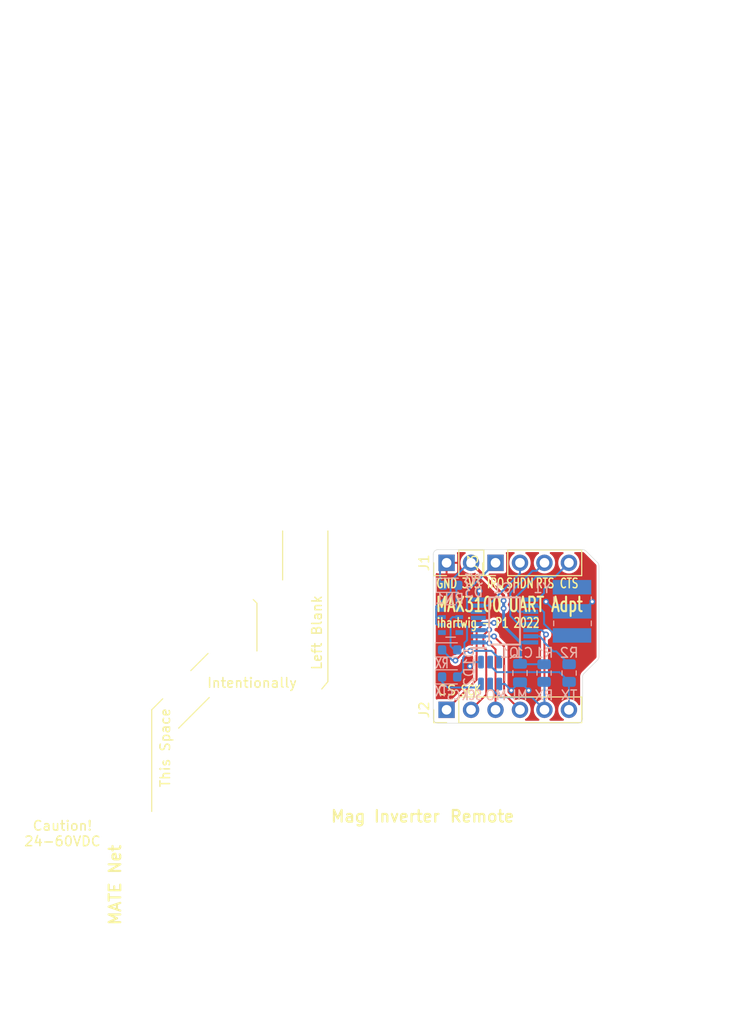
<source format=kicad_pcb>
(kicad_pcb (version 20211014) (generator pcbnew)
  (title_block (title "MATE Net Monitor") (date "2021-08-25") (rev "P1.1") (company "Designed By: Ian Hartwig"))
  (layers (0 "F.Cu" signal) (31 "B.Cu" signal) (34 "B.Paste" user) (35 "F.Paste" user) (36 "B.SilkS" user "B.Silkscreen") (37 "F.SilkS" user "F.Silkscreen") (38 "B.Mask" user) (39 "F.Mask" user) (44 "Edge.Cuts" user))
  (net 0 "")
  (net 1 "+3V3")
  (net 2 "GND")
  (net 3 "/UART_RXD_K")
  (net 4 "/UART_RXD_A")
  (net 5 "/UART_TXD_K")
  (net 6 "/UART_TXD_A")
  (net 7 "/P3V3_A")
  (net 8 "/SPI_MOSI")
  (net 9 "/SPI_MISO")
  (net 10 "/SPI_SCK")
  (net 12 "/IC1_IRQ_L")
  (net 13 "/IC1_SHDN_L")
  (net 14 "/IC1_X2")
  (net 15 "/IC1_X1")
  (net 16 "/UART_CTS_L")
  (net 18 "/UART_RTS_L")
  (net 19 "/UART_RXD")
  (net 20 "/UART_TXD")
  (net 21 "/SPI_CS_IC1_L")
  (net 24 "/UART_TXD_R")
  (footprint "mate-net-monitor-special:Enclosure_WM032C" (layer "F.Cu") (at 149.86 71.12)
    (fp_text reference "H1" hide)
    (fp_text value "Enclosure_WM032C")
  )
  (footprint "Connector_PinHeader_2.54mm:PinHeader_1x04_P2.54mm_Vertical" (layer "F.Cu") (at 162.56 77.47 90)
    (fp_text reference "J3" (at 0 -2.33 90) (layer "F.SilkS"))
    (fp_text value "Conn_01x04")
    (fp_line (start -1.33 0) (end -1.33 -1.33) (layer "F.SilkS") (width 0.12))
    (fp_line (start 1.33 1.27) (end 1.33 8.95) (layer "F.SilkS") (width 0.12))
    (fp_line (start -1.33 -1.33) (end 0 -1.33) (layer "F.SilkS") (width 0.12))
    (fp_line (start -1.33 1.27) (end -1.33 8.95) (layer "F.SilkS") (width 0.12))
    (fp_line (start -1.33 1.27) (end 1.33 1.27) (layer "F.SilkS") (width 0.12))
    (fp_line (start -1.33 8.95) (end 1.33 8.95) (layer "F.SilkS") (width 0.12))
    (pad "1" thru_hole rect (at 0 0 90) (size 1.7 1.7) (drill 1) (layers *.Cu *.Mask) (net 12 "/IC1_IRQ_L"))
    (pad "2" thru_hole oval (at 0 2.54 90) (size 1.7 1.7) (drill 1) (layers *.Cu *.Mask) (net 13 "/IC1_SHDN_L"))
    (pad "3" thru_hole oval (at 0 5.08 90) (size 1.7 1.7) (drill 1) (layers *.Cu *.Mask) (net 18 "/UART_RTS_L"))
    (pad "4" thru_hole oval (at 0 7.62 90) (size 1.7 1.7) (drill 1) (layers *.Cu *.Mask) (net 16 "/UART_CTS_L"))
  )
  (footprint "Connector_PinHeader_2.54mm:PinHeader_1x02_P2.54mm_Vertical" (layer "F.Cu") (at 157.48 77.47 90)
    (fp_text reference "J1" (at 0 -2.33 90) (layer "F.SilkS"))
    (fp_text value "Conn_01x02")
    (fp_line (start -1.33 -1.33) (end 0 -1.33) (layer "F.SilkS") (width 0.12))
    (fp_line (start -1.33 1.27) (end 1.33 1.27) (layer "F.SilkS") (width 0.12))
    (fp_line (start -1.33 3.87) (end 1.33 3.87) (layer "F.SilkS") (width 0.12))
    (fp_line (start 1.33 1.27) (end 1.33 3.87) (layer "F.SilkS") (width 0.12))
    (fp_line (start -1.33 1.27) (end -1.33 3.87) (layer "F.SilkS") (width 0.12))
    (fp_line (start -1.33 0) (end -1.33 -1.33) (layer "F.SilkS") (width 0.12))
    (pad "1" thru_hole rect (at 0 0 90) (size 1.7 1.7) (drill 1) (layers *.Cu *.Mask) (net 2 "GND"))
    (pad "2" thru_hole oval (at 0 2.54 90) (size 1.7 1.7) (drill 1) (layers *.Cu *.Mask) (net 1 "+3V3"))
  )
  (footprint "Connector_PinHeader_2.54mm:PinHeader_1x06_P2.54mm_Vertical" (layer "F.Cu") (at 157.48 92.71 90)
    (fp_text reference "J2" (at 0 -2.33 90) (layer "F.SilkS"))
    (fp_text value "Conn_01x06")
    (fp_line (start -1.33 0) (end -1.33 -1.33) (layer "F.SilkS") (width 0.12))
    (fp_line (start 1.33 1.27) (end 1.33 14.03) (layer "F.SilkS") (width 0.12))
    (fp_line (start -1.33 14.03) (end 1.33 14.03) (layer "F.SilkS") (width 0.12))
    (fp_line (start -1.33 1.27) (end -1.33 14.03) (layer "F.SilkS") (width 0.12))
    (fp_line (start -1.33 1.27) (end 1.33 1.27) (layer "F.SilkS") (width 0.12))
    (fp_line (start -1.33 -1.33) (end 0 -1.33) (layer "F.SilkS") (width 0.12))
    (pad "1" thru_hole rect (at 0 0 90) (size 1.7 1.7) (drill 1) (layers *.Cu *.Mask) (net 21 "/SPI_CS_IC1_L"))
    (pad "2" thru_hole oval (at 0 2.54 90) (size 1.7 1.7) (drill 1) (layers *.Cu *.Mask) (net 10 "/SPI_SCK"))
    (pad "3" thru_hole oval (at 0 5.08 90) (size 1.7 1.7) (drill 1) (layers *.Cu *.Mask) (net 8 "/SPI_MOSI"))
    (pad "4" thru_hole oval (at 0 7.62 90) (size 1.7 1.7) (drill 1) (layers *.Cu *.Mask) (net 9 "/SPI_MISO"))
    (pad "5" thru_hole oval (at 0 10.16 90) (size 1.7 1.7) (drill 1) (layers *.Cu *.Mask) (net 19 "/UART_RXD"))
    (pad "6" thru_hole oval (at 0 12.7 90) (size 1.7 1.7) (drill 1) (layers *.Cu *.Mask) (net 20 "/UART_TXD"))
  )
  (footprint "Capacitor_SMD:C_0805_2012Metric" (layer "B.Cu") (at 165.1 88.9 -90)
    (fp_text reference "C1" (at -2.1 -0.4 180) (layer "B.SilkS") (effects (justify mirror)))
    (fp_text value "0.1uF")
    (fp_line (start -0.261252 -0.735) (end 0.261252 -0.735) (layer "B.SilkS") (width 0.12))
    (fp_line (start -0.261252 0.735) (end 0.261252 0.735) (layer "B.SilkS") (width 0.12))
    (pad "1" smd roundrect (at -0.95 0 270) (size 1 1.45) (layers "B.Cu" "B.Paste" "B.Mask") (net 1 "+3V3"))
    (pad "2" smd roundrect (at 0.95 0 270) (size 1 1.45) (layers "B.Cu" "B.Paste" "B.Mask") (net 2 "GND"))
  )
  (footprint "LED_SMD:LED_0603_1608Metric" (layer "B.Cu") (at 157.8 86.5)
    (fp_text reference "D1" (at 2 0.8 90) (layer "B.SilkS") (effects (justify mirror)))
    (fp_text value "Yellow")
    (fp_line (start -1.485 -0.735) (end 0.8 -0.735) (layer "B.SilkS") (width 0.12))
    (fp_line (start 0.8 0.735) (end -1.485 0.735) (layer "B.SilkS") (width 0.12))
    (fp_line (start -1.485 0.735) (end -1.485 -0.735) (layer "B.SilkS") (width 0.12))
    (pad "1" smd roundrect (at -0.7875 0) (size 0.875 0.95) (layers "B.Cu" "B.Paste" "B.Mask") (net 3 "/UART_RXD_K"))
    (pad "2" smd roundrect (at 0.7875 0) (size 0.875 0.95) (layers "B.Cu" "B.Paste" "B.Mask") (net 4 "/UART_RXD_A"))
  )
  (footprint "Resistor_SMD:R_0805_2012Metric" (layer "B.Cu") (at 167.6 88.9 -90)
    (fp_text reference "R1" (at -2.1 0 180) (layer "B.SilkS") (effects (justify mirror)))
    (fp_text value "DNP")
    (fp_line (start -0.227064 0.735) (end 0.227064 0.735) (layer "B.SilkS") (width 0.12))
    (fp_line (start -0.227064 -0.735) (end 0.227064 -0.735) (layer "B.SilkS") (width 0.12))
    (pad "1" smd roundrect (at -0.9125 0 270) (size 1.025 1.4) (layers "B.Cu" "B.Paste" "B.Mask") (roundrect_rratio 0.243902439) (net 1 "+3V3"))
    (pad "2" smd roundrect (at 0.9125 0 270) (size 1.025 1.4) (layers "B.Cu" "B.Paste" "B.Mask") (roundrect_rratio 0.243902439) (net 19 "/UART_RXD"))
  )
  (footprint "LED_SMD:LED_0603_1608Metric" (layer "B.Cu") (at 157.9 79.8)
    (fp_text reference "D3" (at 2.4 0.7 180) (layer "B.SilkS") (effects (justify mirror)))
    (fp_text value "Green")
    (fp_line (start 0.8 0.735) (end -1.485 0.735) (layer "B.SilkS") (width 0.12))
    (fp_line (start -1.485 -0.735) (end 0.8 -0.735) (layer "B.SilkS") (width 0.12))
    (fp_line (start -1.485 0.735) (end -1.485 -0.735) (layer "B.SilkS") (width 0.12))
    (pad "1" smd roundrect (at -0.7875 0) (size 0.875 0.95) (layers "B.Cu" "B.Paste" "B.Mask") (net 2 "GND"))
    (pad "2" smd roundrect (at 0.7875 0) (size 0.875 0.95) (layers "B.Cu" "B.Paste" "B.Mask") (net 7 "/P3V3_A"))
  )
  (footprint "Package_TO_SOT_SMD:SOT-23-6" (layer "B.Cu") (at 162 88.9 -90)
    (fp_text reference "Q1" (at -2.1 -2 180) (layer "B.SilkS") (effects (justify mirror)))
    (fp_text value "Q_NMOS_DUAL")
    (fp_line (start 0 -1.56) (end -0.8 -1.56) (layer "B.SilkS") (width 0.12))
    (fp_line (start 0 -1.56) (end 0.8 -1.56) (layer "B.SilkS") (width 0.12))
    (fp_line (start 0 1.56) (end -1.8 1.56) (layer "B.SilkS") (width 0.12))
    (fp_line (start 0 1.56) (end 0.8 1.56) (layer "B.SilkS") (width 0.12))
    (pad "1" smd roundrect (at -1.1375 0.95 270) (size 1.325 0.6) (layers "B.Cu" "B.Paste" "B.Mask") (net 2 "GND"))
    (pad "2" smd roundrect (at -1.1375 0 270) (size 1.325 0.6) (layers "B.Cu" "B.Paste" "B.Mask") (net 20 "/UART_TXD"))
    (pad "3" smd roundrect (at -1.1375 -0.95 270) (size 1.325 0.6) (layers "B.Cu" "B.Paste" "B.Mask") (net 3 "/UART_RXD_K"))
    (pad "4" smd roundrect (at 1.1375 -0.95 270) (size 1.325 0.6) (layers "B.Cu" "B.Paste" "B.Mask") (net 2 "GND"))
    (pad "5" smd roundrect (at 1.1375 0 270) (size 1.325 0.6) (layers "B.Cu" "B.Paste" "B.Mask") (net 19 "/UART_RXD"))
    (pad "6" smd roundrect (at 1.1375 0.95 270) (size 1.325 0.6) (layers "B.Cu" "B.Paste" "B.Mask") (net 5 "/UART_TXD_K"))
  )
  (footprint "max3100-uart-adpt-special:AWSCR368CPLAC30T4" (layer "B.Cu") (at 170.5 82.5 90)
    (fp_text reference "Y1" (at 2.4 -3.1 180) (layer "B.SilkS") (effects (justify mirror)))
    (fp_text value "3.6864MHz" hide)
    (fp_line (start -3.7 0) (end -3.7 0) (layer "B.SilkS") (width 0.1))
    (fp_line (start -3.8 0) (end -3.8 0) (layer "B.SilkS") (width 0.1))
    (fp_arc (start -3.7 0) (mid -3.75 0.05) (end -3.8 0) (layer "B.SilkS") (width 0.1))
    (fp_arc (start -3.8 0) (mid -3.75 -0.05) (end -3.7 0) (layer "B.SilkS") (width 0.1))
    (pad "1" smd rect locked (at -2.5 0 90) (size 1.5 4) (layers "B.Cu" "B.Paste" "B.Mask") (net 15 "/IC1_X1"))
    (pad "2" smd rect locked (at 0 0 90) (size 1.5 4) (layers "B.Cu" "B.Paste" "B.Mask") (net 2 "GND"))
    (pad "3" smd rect locked (at 2.5 0 90) (size 1.5 4) (layers "B.Cu" "B.Paste" "B.Mask") (net 14 "/IC1_X2"))
  )
  (footprint "LED_SMD:LED_0603_1608Metric" (layer "B.Cu") (at 157.8 89.3)
    (fp_text reference "D2" (at 2 0 90) (layer "B.SilkS") (effects (justify mirror)))
    (fp_text value "Yellow")
    (fp_line (start -1.485 -0.735) (end 0.8 -0.735) (layer "B.SilkS") (width 0.12))
    (fp_line (start 0.8 0.735) (end -1.485 0.735) (layer "B.SilkS") (width 0.12))
    (fp_line (start -1.485 0.735) (end -1.485 -0.735) (layer "B.SilkS") (width 0.12))
    (pad "1" smd roundrect (at -0.7875 0) (size 0.875 0.95) (layers "B.Cu" "B.Paste" "B.Mask") (net 5 "/UART_TXD_K"))
    (pad "2" smd roundrect (at 0.7875 0) (size 0.875 0.95) (layers "B.Cu" "B.Paste" "B.Mask") (net 6 "/UART_TXD_A"))
  )
  (footprint "max3100-uart-adpt-special:SOP64P602X175-16N" (layer "B.Cu") (at 163.5 83.5)
    (fp_text reference "IC1" (at 0 -3.4) (layer "B.SilkS") (effects (justify mirror)))
    (fp_text value "MAX3100EEE+" hide)
    (fp_line (start 1.6 -2.445) (end -1.6 -2.445) (layer "B.SilkS") (width 0.2))
    (fp_line (start -1.6 -2.445) (end -1.6 2.445) (layer "B.SilkS") (width 0.2))
    (fp_line (start 1.6 2.445) (end 1.6 -2.445) (layer "B.SilkS") (width 0.2))
    (fp_line (start -3.5 2.79) (end -1.95 2.79) (layer "B.SilkS") (width 0.2))
    (fp_line (start -1.6 2.445) (end 1.6 2.445) (layer "B.SilkS") (width 0.2))
    (pad "1" smd rect locked (at -2.725 2.222 270) (size 0.435 1.55) (layers "B.Cu" "B.Paste" "B.Mask") (net 8 "/SPI_MOSI"))
    (pad "2" smd rect locked (at -2.725 1.588 270) (size 0.435 1.55) (layers "B.Cu" "B.Paste" "B.Mask") (net 9 "/SPI_MISO"))
    (pad "3" smd rect locked (at -2.725 0.952 270) (size 0.435 1.55) (layers "B.Cu" "B.Paste" "B.Mask") (net 10 "/SPI_SCK"))
    (pad "4" smd rect locked (at -2.725 0.318 270) (size 0.435 1.55) (layers "B.Cu" "B.Paste" "B.Mask") (net 21 "/SPI_CS_IC1_L"))
    (pad "5" smd rect locked (at -2.725 -0.318 270) (size 0.435 1.55) (layers "B.Cu" "B.Paste" "B.Mask"))
    (pad "6" smd rect locked (at -2.725 -0.952 270) (size 0.435 1.55) (layers "B.Cu" "B.Paste" "B.Mask") (net 12 "/IC1_IRQ_L"))
    (pad "7" smd rect locked (at -2.725 -1.588 270) (size 0.435 1.55) (layers "B.Cu" "B.Paste" "B.Mask") (net 13 "/IC1_SHDN_L"))
    (pad "8" smd rect locked (at -2.725 -2.222 270) (size 0.435 1.55) (layers "B.Cu" "B.Paste" "B.Mask") (net 2 "GND"))
    (pad "9" smd rect locked (at 2.725 -2.222 270) (size 0.435 1.55) (layers "B.Cu" "B.Paste" "B.Mask") (net 14 "/IC1_X2"))
    (pad "10" smd rect locked (at 2.725 -1.588 270) (size 0.435 1.55) (layers "B.Cu" "B.Paste" "B.Mask") (net 15 "/IC1_X1"))
    (pad "11" smd rect locked (at 2.725 -0.952 270) (size 0.435 1.55) (layers "B.Cu" "B.Paste" "B.Mask") (net 16 "/UART_CTS_L"))
    (pad "12" smd rect locked (at 2.725 -0.318 270) (size 0.435 1.55) (layers "B.Cu" "B.Paste" "B.Mask"))
    (pad "13" smd rect locked (at 2.725 0.318 270) (size 0.435 1.55) (layers "B.Cu" "B.Paste" "B.Mask") (net 18 "/UART_RTS_L"))
    (pad "14" smd rect locked (at 2.725 0.952 270) (size 0.435 1.55) (layers "B.Cu" "B.Paste" "B.Mask") (net 19 "/UART_RXD"))
    (pad "15" smd rect locked (at 2.725 1.588 270) (size 0.435 1.55) (layers "B.Cu" "B.Paste" "B.Mask") (net 24 "/UART_TXD_R"))
    (pad "16" smd rect locked (at 2.725 2.222 270) (size 0.435 1.55) (layers "B.Cu" "B.Paste" "B.Mask") (net 1 "+3V3"))
  )
  (footprint "Resistor_SMD:R_Array_Convex_4x0603" (layer "B.Cu") (at 157.9 83.5 180)
    (fp_text reference "RN1" (at 0.1 2.3) (layer "B.SilkS") (effects (justify mirror)))
    (fp_text value "1k")
    (fp_line (start 0.5 -1.68) (end -0.5 -1.68) (layer "B.SilkS") (width 0.12))
    (fp_line (start 0.5 1.68) (end -0.5 1.68) (layer "B.SilkS") (width 0.12))
    (pad "1" smd rect (at -0.9 1.2 180) (size 0.8 0.5) (layers "B.Cu" "B.Paste" "B.Mask") (net 7 "/P3V3_A"))
    (pad "2" smd rect (at -0.9 0.4 180) (size 0.8 0.4) (layers "B.Cu" "B.Paste" "B.Mask") (net 4 "/UART_RXD_A"))
    (pad "3" smd rect (at -0.9 -0.4 180) (size 0.8 0.4) (layers "B.Cu" "B.Paste" "B.Mask") (net 6 "/UART_TXD_A"))
    (pad "4" smd rect (at -0.9 -1.2 180) (size 0.8 0.5) (layers "B.Cu" "B.Paste" "B.Mask"))
    (pad "5" smd rect (at 0.9 -1.2 180) (size 0.8 0.5) (layers "B.Cu" "B.Paste" "B.Mask"))
    (pad "6" smd rect (at 0.9 -0.4 180) (size 0.8 0.4) (layers "B.Cu" "B.Paste" "B.Mask") (net 1 "+3V3"))
    (pad "7" smd rect (at 0.9 0.4 180) (size 0.8 0.4) (layers "B.Cu" "B.Paste" "B.Mask") (net 1 "+3V3"))
    (pad "8" smd rect (at 0.9 1.2 180) (size 0.8 0.5) (layers "B.Cu" "B.Paste" "B.Mask") (net 1 "+3V3"))
  )
  (footprint "Resistor_SMD:R_0805_2012Metric" (layer "B.Cu") (at 170.2 88.9 90)
    (fp_text reference "R2" (at 2.1 0 180) (layer "B.SilkS") (effects (justify mirror)))
    (fp_text value "0")
    (fp_line (start -0.227064 0.735) (end 0.227064 0.735) (layer "B.SilkS") (width 0.12))
    (fp_line (start -0.227064 -0.735) (end 0.227064 -0.735) (layer "B.SilkS") (width 0.12))
    (pad "1" smd roundrect (at -0.9125 0 90) (size 1.025 1.4) (layers "B.Cu" "B.Paste" "B.Mask") (roundrect_rratio 0.243902439) (net 20 "/UART_TXD"))
    (pad "2" smd roundrect (at 0.9125 0 90) (size 1.025 1.4) (layers "B.Cu" "B.Paste" "B.Mask") (roundrect_rratio 0.243902439) (net 24 "/UART_TXD_R"))
  )
  (gr_line (start 172.5 81) (end 172.5 81.3) (layer "B.SilkS") (width 0.12))
  (gr_line (start 172.5 83.5) (end 172.5 84) (layer "B.SilkS") (width 0.12))
  (gr_line (start 168.6 84) (end 168.6 83.5) (layer "B.SilkS") (width 0.12))
  (gr_line (start 168.6 81.5) (end 168.6 81) (layer "B.SilkS") (width 0.12))
  (gr_line (start 137.795 81.661) (end 137.414 81.28) (layer "F.SilkS") (width 0.12))
  (gr_line (start 145.161 74.168) (end 145.161 89.789) (layer "F.SilkS") (width 0.12))
  (gr_line (start 145.161 89.789) (end 144.526 90.551) (layer "F.SilkS") (width 0.12))
  (gr_line (start 126.873 92.71) (end 128.016 91.567) (layer "F.SilkS") (width 0.12))
  (gr_line (start 137.795 86.614) (end 137.795 81.661) (layer "F.SilkS") (width 0.12))
  (gr_line (start 130.937 88.646) (end 132.715 86.868) (layer "F.SilkS") (width 0.12))
  (gr_line (start 129.667 94.615) (end 132.842 91.44) (layer "F.SilkS") (width 0.12))
  (gr_line (start 140.462 79.248) (end 140.462 74.168) (layer "F.SilkS") (width 0.12))
  (gr_line (start 126.873 103.251) (end 126.873 92.71) (layer "F.SilkS") (width 0.12))
  (gr_arc (start 173.3 87.2) (mid 173.26194 87.391342) (end 173.153553 87.553553) (layer "Edge.Cuts") (width 0.05))
  (gr_line (start 171.6 89.3) (end 171.6 93.6) (layer "Edge.Cuts") (width 0.05))
  (gr_arc (start 171.6 89.3) (mid 171.63806 89.108658) (end 171.746447 88.946447) (layer "Edge.Cuts") (width 0.05))
  (gr_line (start 173.3 87.2) (end 173.3 77.8) (layer "Edge.Cuts") (width 0.05))
  (gr_arc (start 156.6 94.1) (mid 156.246447 93.953553) (end 156.1 93.6) (layer "Edge.Cuts") (width 0.05))
  (gr_line (start 156.6 76.1) (end 171.6 76.1) (layer "Edge.Cuts") (width 0.05))
  (gr_arc (start 156.1 76.6) (mid 156.246447 76.246447) (end 156.6 76.1) (layer "Edge.Cuts") (width 0.05))
  (gr_line (start 156.1 93.6) (end 156.1 76.6) (layer "Edge.Cuts") (width 0.05))
  (gr_line (start 173.153553 87.553553) (end 171.746447 88.946447) (layer "Edge.Cuts") (width 0.05))
  (gr_arc (start 173.153554 77.446447) (mid 173.26194 77.608658) (end 173.3 77.8) (layer "Edge.Cuts") (width 0.05))
  (gr_arc (start 171.6 76.1) (mid 171.791342 76.13806) (end 171.953553 76.246447) (layer "Edge.Cuts") (width 0.05))
  (gr_arc (start 171.6 93.6) (mid 171.453553 93.953553) (end 171.1 94.1) (layer "Edge.Cuts") (width 0.05))
  (gr_line (start 171.1 94.1) (end 156.6 94.1) (layer "Edge.Cuts") (width 0.05))
  (gr_line (start 173.153554 77.446447) (end 171.953553 76.246447) (layer "Edge.Cuts") (width 0.05))
  (gr_text "TX" (at 170.2 91.2) (layer "B.SilkS") (effects (font (size 1 1)) (justify mirror)))
  (gr_text "MI" (at 165.1 91.2) (layer "B.SilkS") (effects (font (size 1 1)) (justify mirror)))
  (gr_text "MO" (at 162.6 91.2) (layer "B.SilkS") (effects (font (size 1 1)) (justify mirror)))
  (gr_text "RX" (at 157 87.9) (layer "B.SilkS") (effects (font (size 1 0.7)) (justify mirror)))
  (gr_text "CS" (at 158.2 91.2) (layer "B.SilkS") (effects (font (size 1 0.7)) (justify mirror)))
  (gr_text "SCK" (at 160.1 91.2) (layer "B.SilkS") (effects (font (size 1 0.7)) (justify mirror)))
  (gr_text "3V3" (at 160.3 79.2) (layer "B.SilkS") (effects (font (size 1 0.7)) (justify mirror)))
  (gr_text "RX" (at 167.6 91.2) (layer "B.SilkS") (effects (font (size 1 1)) (justify mirror)))
  (gr_text "TX" (at 156.9 90.8) (layer "B.SilkS") (effects (font (size 1 0.7)) (justify mirror)))
  (gr_text "Mag Inverter" (at 151.13 103.759) (layer "F.SilkS") (effects (font (size 1.2 1.2) (thickness 0.22))))
  (gr_text "Remote" (at 161.163 103.759) (layer "F.SilkS") (effects (font (size 1.2 1.2) (thickness 0.22))))
  (gr_text "Left Blank" (at 144.018 84.709 90) (layer "F.SilkS") (effects (font (size 1 1))))
  (gr_text "RTS" (at 167.7 79.6) (layer "F.SilkS") (effects (font (size 1 0.7))))
  (gr_text "CS" (at 157.5 90.7) (layer "F.SilkS") (effects (font (size 1 1))))
  (gr_text "CTS" (at 170.2 79.6) (layer "F.SilkS") (effects (font (size 1 0.7))))
  (gr_text "3V3" (at 160.05 79.6) (layer "F.SilkS") (effects (font (size 1 0.7))))
  (gr_text "GND" (at 157.5 79.6) (layer "F.SilkS") (effects (font (size 1 0.7))))
  (gr_text "This Space" (at 128.27 96.647 90) (layer "F.SilkS") (effects (font (size 1 1))))
  (gr_text "SHDN" (at 165.1 79.6) (layer "F.SilkS") (effects (font (size 1 0.7))))
  (gr_text "SCK" (at 160 90.7) (layer "F.SilkS") (effects (font (size 1 0.7))))
  (gr_text "MATE Net" (at 123.063 110.871 90) (layer "F.SilkS") (effects (font (size 1.2 1.2) (thickness 0.22))))
  (gr_text "MAX3100 UART Adpt" (at 164 81.8) (layer "F.SilkS") (effects (font (size 1.5 1) (thickness 0.21))))
  (gr_text "IRQ" (at 162.56 79.6) (layer "F.SilkS") (effects (font (size 1 0.7))))
  (gr_text "Caution!\n24-60VDC" (at 117.602 105.537) (layer "F.SilkS") (effects (font (size 1 1))))
  (gr_text "Intentionally" (at 137.287 89.916) (layer "F.SilkS") (effects (font (size 1 1))))
  (gr_text "ihartwig - P1 2022" (at 161.8 83.7) (layer "F.SilkS") (effects (font (size 1 0.7))))
  (segment (start 163.4 81.4) (end 163.4 82.2) (width 0.3048) (layer "F.Cu") (net 1))
  (segment (start 163.4 80.85) (end 160.02 77.47) (width 0.3048) (layer "F.Cu") (net 1))
  (segment (start 163.4 81.4) (end 163.4 80.85) (width 0.3048) (layer "F.Cu") (net 1))
  (via (at 163.4 82.2) (size 0.6096) (drill 0.3048) (layers "F.Cu" "B.Cu") (net 1))
  (via (at 163.4 81.4) (size 0.6096) (drill 0.3048) (layers "F.Cu" "B.Cu") (net 1))
  (segment (start 156.5 83.9) (end 156.4 83.8) (width 0.2032) (layer "B.Cu") (net 1))
  (segment (start 166.225 85.722) (end 165.1452 85.722) (width 0.3048) (layer "B.Cu") (net 1))
  (segment (start 157.9 80.5) (end 157.9 79.372768) (width 0.2032) (layer "B.Cu") (net 1))
  (segment (start 157 83.9) (end 156.5 83.9) (width 0.2032) (layer "B.Cu") (net 1))
  (segment (start 156.4 82) (end 157.9 80.5) (width 0.2032) (layer "B.Cu") (net 1))
  (segment (start 156.4 83.1) (end 156.4 82.3) (width 0.2032) (layer "B.Cu") (net 1))
  (segment (start 165.1452 87.9048) (end 165.1 87.95) (width 0.3048) (layer "B.Cu") (net 1))
  (segment (start 163.4 83.9768) (end 163.4 81.4) (width 0.3048) (layer "B.Cu") (net 1))
  (segment (start 167.6 87.9875) (end 165.1375 87.9875) (width 0.2032) (layer "B.Cu") (net 1))
  (segment (start 157 82.3) (end 156.4 82.3) (width 0.2032) (layer "B.Cu") (net 1))
  (segment (start 157.9 79.372768) (end 159.802768 77.47) (width 0.2032) (layer "B.Cu") (net 1))
  (segment (start 165.1375 87.9875) (end 165.1 87.95) (width 0.2032) (layer "B.Cu") (net 1))
  (segment (start 159.802768 77.47) (end 160.02 77.47) (width 0.2032) (layer "B.Cu") (net 1))
  (segment (start 156.4 83.1) (end 157 83.1) (width 0.2032) (layer "B.Cu") (net 1))
  (segment (start 165.1452 85.722) (end 165.1452 87.9048) (width 0.3048) (layer "B.Cu") (net 1))
  (segment (start 165.1452 85.722) (end 163.4 83.9768) (width 0.3048) (layer "B.Cu") (net 1))
  (segment (start 156.4 82.3) (end 156.4 82) (width 0.2032) (layer "B.Cu") (net 1))
  (segment (start 156.4 83.8) (end 156.4 83.1) (width 0.2032) (layer "B.Cu") (net 1))
  (via (at 160.9 80.4) (size 0.6096) (drill 0.3048) (layers "F.Cu" "B.Cu") (net 2))
  (via (at 167.8 81.5) (size 0.6096) (drill 0.3048) (layers "F.Cu" "B.Cu") (net 2))
  (via (at 159.9 88.2) (size 0.6096) (drill 0.3048) (layers "F.Cu" "B.Cu") (net 2))
  (via (at 172.6 81.5) (size 0.6096) (drill 0.3048) (layers "F.Cu" "B.Cu") (net 2))
  (via (at 166 90.7) (size 0.6096) (drill 0.3048) (layers "F.Cu" "B.Cu") (net 2))
  (via (at 164.2 90.7) (size 0.6096) (drill 0.3048) (layers "F.Cu" "B.Cu") (net 2))
  (segment (start 160.775 80.525) (end 160.9 80.4) (width 0.2032) (layer "B.Cu") (net 2))
  (segment (start 171.6 82.5) (end 172.6 81.5) (width 0.2032) (layer "B.Cu") (net 2))
  (segment (start 165.05 89.85) (end 164.2 90.7) (width 0.2032) (layer "B.Cu") (net 2))
  (segment (start 165.1 89.85) (end 165.15 89.85) (width 0.2032) (layer "B.Cu") (net 2))
  (segment (start 161.05 87.7625) (end 160.3375 87.7625) (width 0.2032) (layer "B.Cu") (net 2))
  (segment (start 157.48 77.47) (end 156.8 78.15) (width 0.2032) (layer "B.Cu") (net 2))
  (segment (start 162.95 90.0375) (end 163.5375 90.0375) (width 0.2032) (layer "B.Cu") (net 2))
  (segment (start 170.2 82.5) (end 171.6 82.5) (width 0.2032) (layer "B.Cu") (net 2))
  (segment (start 165.1 89.85) (end 165.05 89.85) (width 0.2032) (layer "B.Cu") (net 2))
  (segment (start 160.3375 87.7625) (end 159.9 88.2) (width 0.2032) (layer "B.Cu") (net 2))
  (segment (start 165.15 89.85) (end 166 90.7) (width 0.2032) (layer "B.Cu") (net 2))
  (segment (start 170.2 82.5) (end 168.8 82.5) (width 0.2032) (layer "B.Cu") (net 2))
  (segment (start 168.8 82.5) (end 167.8 81.5) (width 0.2032) (layer "B.Cu") (net 2))
  (segment (start 163.5375 90.0375) (end 164.2 90.7) (width 0.2032) (layer "B.Cu") (net 2))
  (segment (start 160.775 81.278) (end 160.775 80.525) (width 0.2032) (layer "B.Cu") (net 2))
  (segment (start 156.8 79.7875) (end 156.8125 79.8) (width 0.2032) (layer "B.Cu") (net 2))
  (segment (start 156.8 78.15) (end 156.8 79.7875) (width 0.2032) (layer "B.Cu") (net 2))
  (segment (start 158.4 87.6) (end 159.4 86.6) (width 0.2032) (layer "F.Cu") (net 3))
  (segment (start 159.4 86.6) (end 159.93842 86.6) (width 0.2032) (layer "F.Cu") (net 3))
  (via (at 158.4 87.6) (size 0.6096) (drill 0.3048) (layers "F.Cu" "B.Cu") (net 3))
  (via (at 159.93842 86.6) (size 0.6096) (drill 0.3048) (layers "F.Cu" "B.Cu") (net 3))
  (segment (start 162.95 87.407495) (end 162.142505 86.6) (width 0.2032) (layer "B.Cu") (net 3))
  (segment (start 158.4 87.6) (end 158.1125 87.6) (width 0.2032) (layer "B.Cu") (net 3))
  (segment (start 162.95 87.7625) (end 162.95 87.407495) (width 0.2032) (layer "B.Cu") (net 3))
  (segment (start 162.142505 86.6) (end 159.93842 86.6) (width 0.2032) (layer "B.Cu") (net 3))
  (segment (start 158.1125 87.6) (end 157.0125 86.5) (width 0.2032) (layer "B.Cu") (net 3))
  (segment (start 157.89375 83.297628) (end 158.091378 83.1) (width 0.2032) (layer "B.Cu") (net 4))
  (segment (start 157.89375 86.10625) (end 157.89375 83.297628) (width 0.2032) (layer "B.Cu") (net 4))
  (segment (start 158.2875 86.5) (end 157.89375 86.10625) (width 0.2032) (layer "B.Cu") (net 4))
  (segment (start 158.091378 83.1) (end 158.8 83.1) (width 0.2032) (layer "B.Cu") (net 4))
  (segment (start 157.6 90.4) (end 160.6875 90.4) (width 0.2032) (layer "B.Cu") (net 5))
  (segment (start 157.0125 89.3) (end 157.0125 89.8125) (width 0.2032) (layer "B.Cu") (net 5))
  (segment (start 160.6875 90.4) (end 161.05 90.0375) (width 0.2032) (layer "B.Cu") (net 5))
  (segment (start 157.0125 89.8125) (end 157.6 90.4) (width 0.2032) (layer "B.Cu") (net 5))
  (segment (start 156.7125 89.3) (end 156.7125 89.4125) (width 0.2032) (layer "B.Cu") (net 5))
  (segment (start 159.6 84.0968) (end 159.4032 83.9) (width 0.2032) (layer "B.Cu") (net 6))
  (segment (start 159.6 85.5) (end 159.6 84.0968) (width 0.2032) (layer "B.Cu") (net 6))
  (segment (start 159.4032 83.9) (end 158.8 83.9) (width 0.2032) (layer "B.Cu") (net 6))
  (segment (start 159.32932 87.17068) (end 159.32932 85.77068) (width 0.2032) (layer "B.Cu") (net 6))
  (segment (start 159.32932 85.77068) (end 159.6 85.5) (width 0.2032) (layer "B.Cu") (net 6))
  (segment (start 158.5875 89.3) (end 159.2 88.6875) (width 0.2032) (layer "B.Cu") (net 6))
  (segment (start 159.2 88.6875) (end 159.2 87.3) (width 0.2032) (layer "B.Cu") (net 6))
  (segment (start 159.2 87.3) (end 159.32932 87.17068) (width 0.2032) (layer "B.Cu") (net 6))
  (segment (start 158.5 82.3) (end 158.5 79.9125) (width 0.2032) (layer "B.Cu") (net 7))
  (segment (start 158.5 79.9125) (end 158.3875 79.8) (width 0.2032) (layer "B.Cu") (net 7))
  (segment (start 162.56 86.4509) (end 161.9091 85.8) (width 0.2032) (layer "F.Cu") (net 8))
  (segment (start 162.56 92.71) (end 162.56 86.4509) (width 0.2032) (layer "F.Cu") (net 8))
  (via (at 161.9091 85.8) (size 0.6096) (drill 0.3048) (layers "F.Cu" "B.Cu") (net 8))
  (segment (start 160.553 85.8) (end 161.9091 85.8) (width 0.2032) (layer "B.Cu") (net 8))
  (segment (start 160.475 85.722) (end 160.553 85.8) (width 0.2032) (layer "B.Cu") (net 8))
  (segment (start 165.1 92.71) (end 163.45 91.06) (width 0.2032) (layer "F.Cu") (net 9))
  (segment (start 163.45 86.15) (end 162.4 85.1) (width 0.2032) (layer "F.Cu") (net 9))
  (segment (start 163.45 91.06) (end 163.45 86.15) (width 0.2032) (layer "F.Cu") (net 9))
  (via (at 162.4 85.1) (size 0.6096) (drill 0.3048) (layers "F.Cu" "B.Cu") (net 9))
  (segment (start 162.4 85.1) (end 160.487 85.1) (width 0.2032) (layer "B.Cu") (net 9))
  (segment (start 160.487 85.1) (end 160.475 85.088) (width 0.2032) (layer "B.Cu") (net 9))
  (segment (start 161.6 91.13) (end 161.6 89.1) (width 0.2032) (layer "F.Cu") (net 10))
  (segment (start 160.02 92.71) (end 161.6 91.13) (width 0.2032) (layer "F.Cu") (net 10))
  (segment (start 161.3 86.2) (end 161.3 85.002931) (width 0.2032) (layer "F.Cu") (net 10))
  (segment (start 161.3 85.002931) (end 161.898606 84.404325) (width 0.2032) (layer "F.Cu") (net 10))
  (segment (start 161.6 86.5) (end 161.3 86.2) (width 0.2032) (layer "F.Cu") (net 10))
  (segment (start 161.6 89.1) (end 161.6 86.5) (width 0.2032) (layer "F.Cu") (net 10))
  (via (at 161.898606 84.404325) (size 0.6096) (drill 0.3048) (layers "F.Cu" "B.Cu") (net 10))
  (segment (start 160.822675 84.404325) (end 160.775 84.452) (width 0.2032) (layer "B.Cu") (net 10))
  (segment (start 161.898606 84.404325) (end 160.822675 84.404325) (width 0.2032) (layer "B.Cu") (net 10))
  (segment (start 160.775 82.548) (end 159.7968 82.548) (width 0.2032) (layer "B.Cu") (net 12))
  (segment (start 159.6 80.43) (end 162.56 77.47) (width 0.2032) (layer "B.Cu") (net 12))
  (segment (start 159.6 82.3512) (end 159.6 80.43) (width 0.2032) (layer "B.Cu") (net 12))
  (segment (start 159.7968 82.548) (end 159.6 82.3512) (width 0.2032) (layer "B.Cu") (net 12))
  (segment (start 165.1 78.5652) (end 165.1 77.47) (width 0.2032) (layer "B.Cu") (net 13))
  (segment (start 160.775 81.912) (end 161.7532 81.912) (width 0.2032) (layer "B.Cu") (net 13))
  (segment (start 161.7532 81.912) (end 165.1 78.5652) (width 0.2032) (layer "B.Cu") (net 13))
  (segment (start 167.6 80.2) (end 167.8 80) (width 0.2032) (layer "B.Cu") (net 14))
  (segment (start 167.8 80) (end 170.2 80) (width 0.2032) (layer "B.Cu") (net 14))
  (segment (start 166.922 81.278) (end 167.6 80.6) (width 0.2032) (layer "B.Cu") (net 14))
  (segment (start 165.925 81.278) (end 166.922 81.278) (width 0.2032) (layer "B.Cu") (net 14))
  (segment (start 167.6 80.6) (end 167.6 80.2) (width 0.2032) (layer "B.Cu") (net 14))
  (segment (start 165.925 81.912) (end 166.9032 81.912) (width 0.2032) (layer "B.Cu") (net 15))
  (segment (start 167.6 82.6088) (end 167.6 83.8) (width 0.2032) (layer "B.Cu") (net 15))
  (segment (start 168.8 85) (end 170.2 85) (width 0.2032) (layer "B.Cu") (net 15))
  (segment (start 167.6 83.8) (end 168.8 85) (width 0.2032) (layer "B.Cu") (net 15))
  (segment (start 166.9032 81.912) (end 167.6 82.6088) (width 0.2032) (layer "B.Cu") (net 15))
  (segment (start 168.74409 78.90591) (end 166.778134 78.90591) (width 0.2032) (layer "B.Cu") (net 16))
  (segment (start 164.9468 82.548) (end 165.925 82.548) (width 0.2032) (layer "B.Cu") (net 16))
  (segment (start 164.6994 82.3006) (end 164.6994 80.9994) (width 0.2032) (layer "B.Cu") (net 16))
  (segment (start 170.18 77.47) (end 168.74409 78.90591) (width 0.2032) (layer "B.Cu") (net 16))
  (segment (start 164.6994 80.9994) (end 164.692022 80.992022) (width 0.2032) (layer "B.Cu") (net 16))
  (segment (start 166.778134 78.90591) (end 164.692022 80.992022) (width 0.2032) (layer "B.Cu") (net 16))
  (segment (start 164.6994 82.3006) (end 164.9468 82.548) (width 0.2032) (layer "B.Cu") (net 16))
  (segment (start 164.9468 83.818) (end 164.1 82.9712) (width 0.2032) (layer "B.Cu") (net 18))
  (segment (start 164.1 82.9712) (end 164.1 80.6) (width 0.2032) (layer "B.Cu") (net 18))
  (segment (start 164.1 80.6) (end 166.395 78.305) (width 0.2032) (layer "B.Cu") (net 18))
  (segment (start 165.925 83.818) (end 164.9468 83.818) (width 0.2032) (layer "B.Cu") (net 18))
  (segment (start 166.805 78.305) (end 167.64 77.47) (width 0.2032) (layer "B.Cu") (net 18))
  (segment (start 166.395 78.305) (end 166.805 78.305) (width 0.2032) (layer "B.Cu") (net 18))
  (segment (start 167.64 85.06) (end 167.8 84.9) (width 0.2032) (layer "F.Cu") (net 19))
  (segment (start 167.64 92.71) (end 167.64 85.06) (width 0.2032) (layer "F.Cu") (net 19))
  (via (at 167.8 84.9) (size 0.6096) (drill 0.3048) (layers "F.Cu" "B.Cu") (net 19))
  (segment (start 166.33 91.4) (end 167.64 92.71) (width 0.2032) (layer "B.Cu") (net 19))
  (segment (start 167.352 84.452) (end 166.225 84.452) (width 0.2032) (layer "B.Cu") (net 19))
  (segment (start 167.64 92.71) (end 167.64 89.8525) (width 0.2032) (layer "B.Cu") (net 19))
  (segment (start 162 90.392505) (end 163.007495 91.4) (width 0.2032) (layer "B.Cu") (net 19))
  (segment (start 167.64 89.8525) (end 167.6 89.8125) (width 0.2032) (layer "B.Cu") (net 19))
  (segment (start 163.007495 91.4) (end 166.33 91.4) (width 0.2032) (layer "B.Cu") (net 19))
  (segment (start 162 90.0375) (end 162 90.392505) (width 0.2032) (layer "B.Cu") (net 19))
  (segment (start 167.8 84.9) (end 167.352 84.452) (width 0.2032) (layer "B.Cu") (net 19))
  (segment (start 162.686815 88.80432) (end 162 88.117505) (width 0.2032) (layer "B.Cu") (net 20))
  (segment (start 170.18 89.8325) (end 170.2 89.8125) (width 0.2032) (layer "B.Cu") (net 20))
  (segment (start 170.18 92.71) (end 170.18 89.8325) (width 0.2032) (layer "B.Cu") (net 20))
  (segment (start 170.2 89.8125) (end 169.19182 88.80432) (width 0.2032) (layer "B.Cu") (net 20))
  (segment (start 169.19182 88.80432) (end 162.686815 88.80432) (width 0.2032) (layer "B.Cu") (net 20))
  (segment (start 162 87.7625) (end 162 87.407495) (width 0.2032) (layer "B.Cu") (net 20))
  (segment (start 162 88.117505) (end 162 87.7625) (width 0.2032) (layer "B.Cu") (net 20))
  (segment (start 161.4 83.7) (end 162.4 83.7) (width 0.2032) (layer "F.Cu") (net 21))
  (segment (start 160.6 84.5) (end 161.4 83.7) (width 0.2032) (layer "F.Cu") (net 21))
  (segment (start 157.48 92.71) (end 160.6 89.59) (width 0.2032) (layer "F.Cu") (net 21))
  (segment (start 160.6 89.59) (end 160.6 84.5) (width 0.2032) (layer "F.Cu") (net 21))
  (via (at 162.4 83.7) (size 0.6096) (drill 0.3048) (layers "F.Cu" "B.Cu") (net 21))
  (segment (start 162.4 83.7) (end 162.396189 83.703811) (width 0.2032) (layer "B.Cu") (net 21))
  (segment (start 162.396189 83.703811) (end 160.889189 83.703811) (width 0.2032) (layer "B.Cu") (net 21))
  (segment (start 160.889189 83.703811) (end 160.775 83.818) (width 0.2032) (layer "B.Cu") (net 21))
  (segment (start 167.6 85.5614) (end 167.6 85.7) (width 0.2032) (layer "B.Cu") (net 24))
  (segment (start 166.225 85.088) (end 167.1266 85.088) (width 0.2032) (layer "B.Cu") (net 24))
  (segment (start 167.1266 85.088) (end 167.6 85.5614) (width 0.2032) (layer "B.Cu") (net 24))
  (segment (start 170.2 87.9875) (end 168.8625 86.65) (width 0.2032) (layer "B.Cu") (net 24))
  (segment (start 167.6 85.7) (end 168.55 86.65) (width 0.2032) (layer "B.Cu") (net 24))
  (segment (start 168.8625 86.65) (end 168.55 86.65) (width 0.2032) (layer "B.Cu") (net 24))
  (zone (net 2) (net_name "GND") (layer "F.Cu") (connect_pads (clearance 0.254)) (min_thickness 0.2032) (fill yes (thermal_gap 0.254) (thermal_bridge_width 0.2033))
    (polygon (pts (xy 188.976 123.825) (xy 111.125 123.825) (xy 111.125 69.977) (xy 188.976 69.977)))
  )
)
</source>
